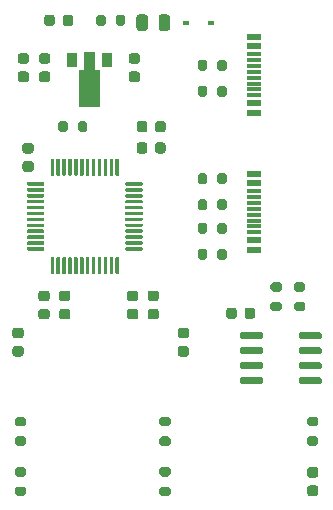
<source format=gtp>
G04 #@! TF.GenerationSoftware,KiCad,Pcbnew,5.1.8+dfsg1-1~bpo10+1*
G04 #@! TF.CreationDate,2020-11-15T21:14:17+08:00*
G04 #@! TF.ProjectId,stm32-io-extend,73746d33-322d-4696-9f2d-657874656e64,rev?*
G04 #@! TF.SameCoordinates,Original*
G04 #@! TF.FileFunction,Paste,Top*
G04 #@! TF.FilePolarity,Positive*
%FSLAX46Y46*%
G04 Gerber Fmt 4.6, Leading zero omitted, Abs format (unit mm)*
G04 Created by KiCad (PCBNEW 5.1.8+dfsg1-1~bpo10+1) date 2020-11-15 21:14:17*
%MOMM*%
%LPD*%
G01*
G04 APERTURE LIST*
%ADD10R,0.600000X0.450000*%
%ADD11R,1.160000X0.300000*%
%ADD12R,1.160000X0.600000*%
%ADD13R,0.900000X1.300000*%
%ADD14C,0.100000*%
G04 APERTURE END LIST*
G04 #@! TO.C,C1*
G36*
G01*
X119850000Y-43825000D02*
X119350000Y-43825000D01*
G75*
G02*
X119125000Y-43600000I0J225000D01*
G01*
X119125000Y-43150000D01*
G75*
G02*
X119350000Y-42925000I225000J0D01*
G01*
X119850000Y-42925000D01*
G75*
G02*
X120075000Y-43150000I0J-225000D01*
G01*
X120075000Y-43600000D01*
G75*
G02*
X119850000Y-43825000I-225000J0D01*
G01*
G37*
G36*
G01*
X119850000Y-42275000D02*
X119350000Y-42275000D01*
G75*
G02*
X119125000Y-42050000I0J225000D01*
G01*
X119125000Y-41600000D01*
G75*
G02*
X119350000Y-41375000I225000J0D01*
G01*
X119850000Y-41375000D01*
G75*
G02*
X120075000Y-41600000I0J-225000D01*
G01*
X120075000Y-42050000D01*
G75*
G02*
X119850000Y-42275000I-225000J0D01*
G01*
G37*
G04 #@! TD*
G04 #@! TO.C,C2*
G36*
G01*
X128200000Y-53875000D02*
X128700000Y-53875000D01*
G75*
G02*
X128925000Y-54100000I0J-225000D01*
G01*
X128925000Y-54550000D01*
G75*
G02*
X128700000Y-54775000I-225000J0D01*
G01*
X128200000Y-54775000D01*
G75*
G02*
X127975000Y-54550000I0J225000D01*
G01*
X127975000Y-54100000D01*
G75*
G02*
X128200000Y-53875000I225000J0D01*
G01*
G37*
G36*
G01*
X128200000Y-55425000D02*
X128700000Y-55425000D01*
G75*
G02*
X128925000Y-55650000I0J-225000D01*
G01*
X128925000Y-56100000D01*
G75*
G02*
X128700000Y-56325000I-225000J0D01*
G01*
X128200000Y-56325000D01*
G75*
G02*
X127975000Y-56100000I0J225000D01*
G01*
X127975000Y-55650000D01*
G75*
G02*
X128200000Y-55425000I225000J0D01*
G01*
G37*
G04 #@! TD*
G04 #@! TO.C,C3*
G36*
G01*
X128800000Y-42050000D02*
X128800000Y-41550000D01*
G75*
G02*
X129025000Y-41325000I225000J0D01*
G01*
X129475000Y-41325000D01*
G75*
G02*
X129700000Y-41550000I0J-225000D01*
G01*
X129700000Y-42050000D01*
G75*
G02*
X129475000Y-42275000I-225000J0D01*
G01*
X129025000Y-42275000D01*
G75*
G02*
X128800000Y-42050000I0J225000D01*
G01*
G37*
G36*
G01*
X130350000Y-42050000D02*
X130350000Y-41550000D01*
G75*
G02*
X130575000Y-41325000I225000J0D01*
G01*
X131025000Y-41325000D01*
G75*
G02*
X131250000Y-41550000I0J-225000D01*
G01*
X131250000Y-42050000D01*
G75*
G02*
X131025000Y-42275000I-225000J0D01*
G01*
X130575000Y-42275000D01*
G75*
G02*
X130350000Y-42050000I0J225000D01*
G01*
G37*
G04 #@! TD*
G04 #@! TO.C,C4*
G36*
G01*
X129950000Y-55425000D02*
X130450000Y-55425000D01*
G75*
G02*
X130675000Y-55650000I0J-225000D01*
G01*
X130675000Y-56100000D01*
G75*
G02*
X130450000Y-56325000I-225000J0D01*
G01*
X129950000Y-56325000D01*
G75*
G02*
X129725000Y-56100000I0J225000D01*
G01*
X129725000Y-55650000D01*
G75*
G02*
X129950000Y-55425000I225000J0D01*
G01*
G37*
G36*
G01*
X129950000Y-53875000D02*
X130450000Y-53875000D01*
G75*
G02*
X130675000Y-54100000I0J-225000D01*
G01*
X130675000Y-54550000D01*
G75*
G02*
X130450000Y-54775000I-225000J0D01*
G01*
X129950000Y-54775000D01*
G75*
G02*
X129725000Y-54550000I0J225000D01*
G01*
X129725000Y-54100000D01*
G75*
G02*
X129950000Y-53875000I225000J0D01*
G01*
G37*
G04 #@! TD*
G04 #@! TO.C,C5*
G36*
G01*
X122950000Y-54775000D02*
X122450000Y-54775000D01*
G75*
G02*
X122225000Y-54550000I0J225000D01*
G01*
X122225000Y-54100000D01*
G75*
G02*
X122450000Y-53875000I225000J0D01*
G01*
X122950000Y-53875000D01*
G75*
G02*
X123175000Y-54100000I0J-225000D01*
G01*
X123175000Y-54550000D01*
G75*
G02*
X122950000Y-54775000I-225000J0D01*
G01*
G37*
G36*
G01*
X122950000Y-56325000D02*
X122450000Y-56325000D01*
G75*
G02*
X122225000Y-56100000I0J225000D01*
G01*
X122225000Y-55650000D01*
G75*
G02*
X122450000Y-55425000I225000J0D01*
G01*
X122950000Y-55425000D01*
G75*
G02*
X123175000Y-55650000I0J-225000D01*
G01*
X123175000Y-56100000D01*
G75*
G02*
X122950000Y-56325000I-225000J0D01*
G01*
G37*
G04 #@! TD*
G04 #@! TO.C,C6*
G36*
G01*
X120750000Y-33775000D02*
X121250000Y-33775000D01*
G75*
G02*
X121475000Y-34000000I0J-225000D01*
G01*
X121475000Y-34450000D01*
G75*
G02*
X121250000Y-34675000I-225000J0D01*
G01*
X120750000Y-34675000D01*
G75*
G02*
X120525000Y-34450000I0J225000D01*
G01*
X120525000Y-34000000D01*
G75*
G02*
X120750000Y-33775000I225000J0D01*
G01*
G37*
G36*
G01*
X120750000Y-35325000D02*
X121250000Y-35325000D01*
G75*
G02*
X121475000Y-35550000I0J-225000D01*
G01*
X121475000Y-36000000D01*
G75*
G02*
X121250000Y-36225000I-225000J0D01*
G01*
X120750000Y-36225000D01*
G75*
G02*
X120525000Y-36000000I0J225000D01*
G01*
X120525000Y-35550000D01*
G75*
G02*
X120750000Y-35325000I225000J0D01*
G01*
G37*
G04 #@! TD*
G04 #@! TO.C,C7*
G36*
G01*
X121200000Y-56325000D02*
X120700000Y-56325000D01*
G75*
G02*
X120475000Y-56100000I0J225000D01*
G01*
X120475000Y-55650000D01*
G75*
G02*
X120700000Y-55425000I225000J0D01*
G01*
X121200000Y-55425000D01*
G75*
G02*
X121425000Y-55650000I0J-225000D01*
G01*
X121425000Y-56100000D01*
G75*
G02*
X121200000Y-56325000I-225000J0D01*
G01*
G37*
G36*
G01*
X121200000Y-54775000D02*
X120700000Y-54775000D01*
G75*
G02*
X120475000Y-54550000I0J225000D01*
G01*
X120475000Y-54100000D01*
G75*
G02*
X120700000Y-53875000I225000J0D01*
G01*
X121200000Y-53875000D01*
G75*
G02*
X121425000Y-54100000I0J-225000D01*
G01*
X121425000Y-54550000D01*
G75*
G02*
X121200000Y-54775000I-225000J0D01*
G01*
G37*
G04 #@! TD*
G04 #@! TO.C,C8*
G36*
G01*
X118950000Y-35325000D02*
X119450000Y-35325000D01*
G75*
G02*
X119675000Y-35550000I0J-225000D01*
G01*
X119675000Y-36000000D01*
G75*
G02*
X119450000Y-36225000I-225000J0D01*
G01*
X118950000Y-36225000D01*
G75*
G02*
X118725000Y-36000000I0J225000D01*
G01*
X118725000Y-35550000D01*
G75*
G02*
X118950000Y-35325000I225000J0D01*
G01*
G37*
G36*
G01*
X118950000Y-33775000D02*
X119450000Y-33775000D01*
G75*
G02*
X119675000Y-34000000I0J-225000D01*
G01*
X119675000Y-34450000D01*
G75*
G02*
X119450000Y-34675000I-225000J0D01*
G01*
X118950000Y-34675000D01*
G75*
G02*
X118725000Y-34450000I0J225000D01*
G01*
X118725000Y-34000000D01*
G75*
G02*
X118950000Y-33775000I225000J0D01*
G01*
G37*
G04 #@! TD*
G04 #@! TO.C,C9*
G36*
G01*
X137275000Y-55550000D02*
X137275000Y-56050000D01*
G75*
G02*
X137050000Y-56275000I-225000J0D01*
G01*
X136600000Y-56275000D01*
G75*
G02*
X136375000Y-56050000I0J225000D01*
G01*
X136375000Y-55550000D01*
G75*
G02*
X136600000Y-55325000I225000J0D01*
G01*
X137050000Y-55325000D01*
G75*
G02*
X137275000Y-55550000I0J-225000D01*
G01*
G37*
G36*
G01*
X138825000Y-55550000D02*
X138825000Y-56050000D01*
G75*
G02*
X138600000Y-56275000I-225000J0D01*
G01*
X138150000Y-56275000D01*
G75*
G02*
X137925000Y-56050000I0J225000D01*
G01*
X137925000Y-55550000D01*
G75*
G02*
X138150000Y-55325000I225000J0D01*
G01*
X138600000Y-55325000D01*
G75*
G02*
X138825000Y-55550000I0J-225000D01*
G01*
G37*
G04 #@! TD*
G04 #@! TO.C,C10*
G36*
G01*
X130350000Y-40250000D02*
X130350000Y-39750000D01*
G75*
G02*
X130575000Y-39525000I225000J0D01*
G01*
X131025000Y-39525000D01*
G75*
G02*
X131250000Y-39750000I0J-225000D01*
G01*
X131250000Y-40250000D01*
G75*
G02*
X131025000Y-40475000I-225000J0D01*
G01*
X130575000Y-40475000D01*
G75*
G02*
X130350000Y-40250000I0J225000D01*
G01*
G37*
G36*
G01*
X128800000Y-40250000D02*
X128800000Y-39750000D01*
G75*
G02*
X129025000Y-39525000I225000J0D01*
G01*
X129475000Y-39525000D01*
G75*
G02*
X129700000Y-39750000I0J-225000D01*
G01*
X129700000Y-40250000D01*
G75*
G02*
X129475000Y-40475000I-225000J0D01*
G01*
X129025000Y-40475000D01*
G75*
G02*
X128800000Y-40250000I0J225000D01*
G01*
G37*
G04 #@! TD*
G04 #@! TO.C,C11*
G36*
G01*
X143450000Y-68825000D02*
X143950000Y-68825000D01*
G75*
G02*
X144175000Y-69050000I0J-225000D01*
G01*
X144175000Y-69500000D01*
G75*
G02*
X143950000Y-69725000I-225000J0D01*
G01*
X143450000Y-69725000D01*
G75*
G02*
X143225000Y-69500000I0J225000D01*
G01*
X143225000Y-69050000D01*
G75*
G02*
X143450000Y-68825000I225000J0D01*
G01*
G37*
G36*
G01*
X143450000Y-70375000D02*
X143950000Y-70375000D01*
G75*
G02*
X144175000Y-70600000I0J-225000D01*
G01*
X144175000Y-71050000D01*
G75*
G02*
X143950000Y-71275000I-225000J0D01*
G01*
X143450000Y-71275000D01*
G75*
G02*
X143225000Y-71050000I0J225000D01*
G01*
X143225000Y-70600000D01*
G75*
G02*
X143450000Y-70375000I225000J0D01*
G01*
G37*
G04 #@! TD*
G04 #@! TO.C,C12*
G36*
G01*
X128350000Y-35325000D02*
X128850000Y-35325000D01*
G75*
G02*
X129075000Y-35550000I0J-225000D01*
G01*
X129075000Y-36000000D01*
G75*
G02*
X128850000Y-36225000I-225000J0D01*
G01*
X128350000Y-36225000D01*
G75*
G02*
X128125000Y-36000000I0J225000D01*
G01*
X128125000Y-35550000D01*
G75*
G02*
X128350000Y-35325000I225000J0D01*
G01*
G37*
G36*
G01*
X128350000Y-33775000D02*
X128850000Y-33775000D01*
G75*
G02*
X129075000Y-34000000I0J-225000D01*
G01*
X129075000Y-34450000D01*
G75*
G02*
X128850000Y-34675000I-225000J0D01*
G01*
X128350000Y-34675000D01*
G75*
G02*
X128125000Y-34450000I0J225000D01*
G01*
X128125000Y-34000000D01*
G75*
G02*
X128350000Y-33775000I225000J0D01*
G01*
G37*
G04 #@! TD*
G04 #@! TO.C,C13*
G36*
G01*
X119000000Y-59475000D02*
X118500000Y-59475000D01*
G75*
G02*
X118275000Y-59250000I0J225000D01*
G01*
X118275000Y-58800000D01*
G75*
G02*
X118500000Y-58575000I225000J0D01*
G01*
X119000000Y-58575000D01*
G75*
G02*
X119225000Y-58800000I0J-225000D01*
G01*
X119225000Y-59250000D01*
G75*
G02*
X119000000Y-59475000I-225000J0D01*
G01*
G37*
G36*
G01*
X119000000Y-57925000D02*
X118500000Y-57925000D01*
G75*
G02*
X118275000Y-57700000I0J225000D01*
G01*
X118275000Y-57250000D01*
G75*
G02*
X118500000Y-57025000I225000J0D01*
G01*
X119000000Y-57025000D01*
G75*
G02*
X119225000Y-57250000I0J-225000D01*
G01*
X119225000Y-57700000D01*
G75*
G02*
X119000000Y-57925000I-225000J0D01*
G01*
G37*
G04 #@! TD*
G04 #@! TO.C,C14*
G36*
G01*
X133000000Y-57925000D02*
X132500000Y-57925000D01*
G75*
G02*
X132275000Y-57700000I0J225000D01*
G01*
X132275000Y-57250000D01*
G75*
G02*
X132500000Y-57025000I225000J0D01*
G01*
X133000000Y-57025000D01*
G75*
G02*
X133225000Y-57250000I0J-225000D01*
G01*
X133225000Y-57700000D01*
G75*
G02*
X133000000Y-57925000I-225000J0D01*
G01*
G37*
G36*
G01*
X133000000Y-59475000D02*
X132500000Y-59475000D01*
G75*
G02*
X132275000Y-59250000I0J225000D01*
G01*
X132275000Y-58800000D01*
G75*
G02*
X132500000Y-58575000I225000J0D01*
G01*
X133000000Y-58575000D01*
G75*
G02*
X133225000Y-58800000I0J-225000D01*
G01*
X133225000Y-59250000D01*
G75*
G02*
X133000000Y-59475000I-225000J0D01*
G01*
G37*
G04 #@! TD*
D10*
G04 #@! TO.C,D1*
X132950000Y-31200000D03*
X135050000Y-31200000D03*
G04 #@! TD*
G04 #@! TO.C,D2*
G36*
G01*
X123425000Y-30743750D02*
X123425000Y-31256250D01*
G75*
G02*
X123206250Y-31475000I-218750J0D01*
G01*
X122768750Y-31475000D01*
G75*
G02*
X122550000Y-31256250I0J218750D01*
G01*
X122550000Y-30743750D01*
G75*
G02*
X122768750Y-30525000I218750J0D01*
G01*
X123206250Y-30525000D01*
G75*
G02*
X123425000Y-30743750I0J-218750D01*
G01*
G37*
G36*
G01*
X121850000Y-30743750D02*
X121850000Y-31256250D01*
G75*
G02*
X121631250Y-31475000I-218750J0D01*
G01*
X121193750Y-31475000D01*
G75*
G02*
X120975000Y-31256250I0J218750D01*
G01*
X120975000Y-30743750D01*
G75*
G02*
X121193750Y-30525000I218750J0D01*
G01*
X121631250Y-30525000D01*
G75*
G02*
X121850000Y-30743750I0J-218750D01*
G01*
G37*
G04 #@! TD*
G04 #@! TO.C,F1*
G36*
G01*
X128775000Y-31656250D02*
X128775000Y-30743750D01*
G75*
G02*
X129018750Y-30500000I243750J0D01*
G01*
X129506250Y-30500000D01*
G75*
G02*
X129750000Y-30743750I0J-243750D01*
G01*
X129750000Y-31656250D01*
G75*
G02*
X129506250Y-31900000I-243750J0D01*
G01*
X129018750Y-31900000D01*
G75*
G02*
X128775000Y-31656250I0J243750D01*
G01*
G37*
G36*
G01*
X130650000Y-31656250D02*
X130650000Y-30743750D01*
G75*
G02*
X130893750Y-30500000I243750J0D01*
G01*
X131381250Y-30500000D01*
G75*
G02*
X131625000Y-30743750I0J-243750D01*
G01*
X131625000Y-31656250D01*
G75*
G02*
X131381250Y-31900000I-243750J0D01*
G01*
X130893750Y-31900000D01*
G75*
G02*
X130650000Y-31656250I0J243750D01*
G01*
G37*
G04 #@! TD*
D11*
G04 #@! TO.C,J1*
X138690000Y-36350000D03*
X138690000Y-35850000D03*
X138690000Y-35350000D03*
X138690000Y-37350000D03*
X138690000Y-36850000D03*
X138690000Y-34350000D03*
X138690000Y-34850000D03*
X138690000Y-33850000D03*
D12*
X138690000Y-38000000D03*
X138690000Y-38000000D03*
X138690000Y-38800000D03*
X138690000Y-38800000D03*
X138690000Y-33200000D03*
X138690000Y-32400000D03*
X138690000Y-33200000D03*
X138690000Y-32400000D03*
G04 #@! TD*
G04 #@! TO.C,J2*
X138690000Y-44000000D03*
X138690000Y-44800000D03*
X138690000Y-44000000D03*
X138690000Y-44800000D03*
X138690000Y-50400000D03*
X138690000Y-50400000D03*
X138690000Y-49600000D03*
X138690000Y-49600000D03*
D11*
X138690000Y-45450000D03*
X138690000Y-46450000D03*
X138690000Y-45950000D03*
X138690000Y-48450000D03*
X138690000Y-48950000D03*
X138690000Y-46950000D03*
X138690000Y-47450000D03*
X138690000Y-47950000D03*
G04 #@! TD*
G04 #@! TO.C,R1*
G36*
G01*
X119225000Y-69625000D02*
X118675000Y-69625000D01*
G75*
G02*
X118475000Y-69425000I0J200000D01*
G01*
X118475000Y-69025000D01*
G75*
G02*
X118675000Y-68825000I200000J0D01*
G01*
X119225000Y-68825000D01*
G75*
G02*
X119425000Y-69025000I0J-200000D01*
G01*
X119425000Y-69425000D01*
G75*
G02*
X119225000Y-69625000I-200000J0D01*
G01*
G37*
G36*
G01*
X119225000Y-71275000D02*
X118675000Y-71275000D01*
G75*
G02*
X118475000Y-71075000I0J200000D01*
G01*
X118475000Y-70675000D01*
G75*
G02*
X118675000Y-70475000I200000J0D01*
G01*
X119225000Y-70475000D01*
G75*
G02*
X119425000Y-70675000I0J-200000D01*
G01*
X119425000Y-71075000D01*
G75*
G02*
X119225000Y-71275000I-200000J0D01*
G01*
G37*
G04 #@! TD*
G04 #@! TO.C,R2*
G36*
G01*
X119225000Y-67025000D02*
X118675000Y-67025000D01*
G75*
G02*
X118475000Y-66825000I0J200000D01*
G01*
X118475000Y-66425000D01*
G75*
G02*
X118675000Y-66225000I200000J0D01*
G01*
X119225000Y-66225000D01*
G75*
G02*
X119425000Y-66425000I0J-200000D01*
G01*
X119425000Y-66825000D01*
G75*
G02*
X119225000Y-67025000I-200000J0D01*
G01*
G37*
G36*
G01*
X119225000Y-65375000D02*
X118675000Y-65375000D01*
G75*
G02*
X118475000Y-65175000I0J200000D01*
G01*
X118475000Y-64775000D01*
G75*
G02*
X118675000Y-64575000I200000J0D01*
G01*
X119225000Y-64575000D01*
G75*
G02*
X119425000Y-64775000I0J-200000D01*
G01*
X119425000Y-65175000D01*
G75*
G02*
X119225000Y-65375000I-200000J0D01*
G01*
G37*
G04 #@! TD*
G04 #@! TO.C,R3*
G36*
G01*
X127825000Y-30725000D02*
X127825000Y-31275000D01*
G75*
G02*
X127625000Y-31475000I-200000J0D01*
G01*
X127225000Y-31475000D01*
G75*
G02*
X127025000Y-31275000I0J200000D01*
G01*
X127025000Y-30725000D01*
G75*
G02*
X127225000Y-30525000I200000J0D01*
G01*
X127625000Y-30525000D01*
G75*
G02*
X127825000Y-30725000I0J-200000D01*
G01*
G37*
G36*
G01*
X126175000Y-30725000D02*
X126175000Y-31275000D01*
G75*
G02*
X125975000Y-31475000I-200000J0D01*
G01*
X125575000Y-31475000D01*
G75*
G02*
X125375000Y-31275000I0J200000D01*
G01*
X125375000Y-30725000D01*
G75*
G02*
X125575000Y-30525000I200000J0D01*
G01*
X125975000Y-30525000D01*
G75*
G02*
X126175000Y-30725000I0J-200000D01*
G01*
G37*
G04 #@! TD*
G04 #@! TO.C,R4*
G36*
G01*
X133975000Y-37275000D02*
X133975000Y-36725000D01*
G75*
G02*
X134175000Y-36525000I200000J0D01*
G01*
X134575000Y-36525000D01*
G75*
G02*
X134775000Y-36725000I0J-200000D01*
G01*
X134775000Y-37275000D01*
G75*
G02*
X134575000Y-37475000I-200000J0D01*
G01*
X134175000Y-37475000D01*
G75*
G02*
X133975000Y-37275000I0J200000D01*
G01*
G37*
G36*
G01*
X135625000Y-37275000D02*
X135625000Y-36725000D01*
G75*
G02*
X135825000Y-36525000I200000J0D01*
G01*
X136225000Y-36525000D01*
G75*
G02*
X136425000Y-36725000I0J-200000D01*
G01*
X136425000Y-37275000D01*
G75*
G02*
X136225000Y-37475000I-200000J0D01*
G01*
X135825000Y-37475000D01*
G75*
G02*
X135625000Y-37275000I0J200000D01*
G01*
G37*
G04 #@! TD*
G04 #@! TO.C,R5*
G36*
G01*
X142875000Y-53975000D02*
X142325000Y-53975000D01*
G75*
G02*
X142125000Y-53775000I0J200000D01*
G01*
X142125000Y-53375000D01*
G75*
G02*
X142325000Y-53175000I200000J0D01*
G01*
X142875000Y-53175000D01*
G75*
G02*
X143075000Y-53375000I0J-200000D01*
G01*
X143075000Y-53775000D01*
G75*
G02*
X142875000Y-53975000I-200000J0D01*
G01*
G37*
G36*
G01*
X142875000Y-55625000D02*
X142325000Y-55625000D01*
G75*
G02*
X142125000Y-55425000I0J200000D01*
G01*
X142125000Y-55025000D01*
G75*
G02*
X142325000Y-54825000I200000J0D01*
G01*
X142875000Y-54825000D01*
G75*
G02*
X143075000Y-55025000I0J-200000D01*
G01*
X143075000Y-55425000D01*
G75*
G02*
X142875000Y-55625000I-200000J0D01*
G01*
G37*
G04 #@! TD*
G04 #@! TO.C,R6*
G36*
G01*
X140875000Y-55625000D02*
X140325000Y-55625000D01*
G75*
G02*
X140125000Y-55425000I0J200000D01*
G01*
X140125000Y-55025000D01*
G75*
G02*
X140325000Y-54825000I200000J0D01*
G01*
X140875000Y-54825000D01*
G75*
G02*
X141075000Y-55025000I0J-200000D01*
G01*
X141075000Y-55425000D01*
G75*
G02*
X140875000Y-55625000I-200000J0D01*
G01*
G37*
G36*
G01*
X140875000Y-53975000D02*
X140325000Y-53975000D01*
G75*
G02*
X140125000Y-53775000I0J200000D01*
G01*
X140125000Y-53375000D01*
G75*
G02*
X140325000Y-53175000I200000J0D01*
G01*
X140875000Y-53175000D01*
G75*
G02*
X141075000Y-53375000I0J-200000D01*
G01*
X141075000Y-53775000D01*
G75*
G02*
X140875000Y-53975000I-200000J0D01*
G01*
G37*
G04 #@! TD*
G04 #@! TO.C,R7*
G36*
G01*
X135625000Y-35075000D02*
X135625000Y-34525000D01*
G75*
G02*
X135825000Y-34325000I200000J0D01*
G01*
X136225000Y-34325000D01*
G75*
G02*
X136425000Y-34525000I0J-200000D01*
G01*
X136425000Y-35075000D01*
G75*
G02*
X136225000Y-35275000I-200000J0D01*
G01*
X135825000Y-35275000D01*
G75*
G02*
X135625000Y-35075000I0J200000D01*
G01*
G37*
G36*
G01*
X133975000Y-35075000D02*
X133975000Y-34525000D01*
G75*
G02*
X134175000Y-34325000I200000J0D01*
G01*
X134575000Y-34325000D01*
G75*
G02*
X134775000Y-34525000I0J-200000D01*
G01*
X134775000Y-35075000D01*
G75*
G02*
X134575000Y-35275000I-200000J0D01*
G01*
X134175000Y-35275000D01*
G75*
G02*
X133975000Y-35075000I0J200000D01*
G01*
G37*
G04 #@! TD*
G04 #@! TO.C,R8*
G36*
G01*
X131475000Y-71275000D02*
X130925000Y-71275000D01*
G75*
G02*
X130725000Y-71075000I0J200000D01*
G01*
X130725000Y-70675000D01*
G75*
G02*
X130925000Y-70475000I200000J0D01*
G01*
X131475000Y-70475000D01*
G75*
G02*
X131675000Y-70675000I0J-200000D01*
G01*
X131675000Y-71075000D01*
G75*
G02*
X131475000Y-71275000I-200000J0D01*
G01*
G37*
G36*
G01*
X131475000Y-69625000D02*
X130925000Y-69625000D01*
G75*
G02*
X130725000Y-69425000I0J200000D01*
G01*
X130725000Y-69025000D01*
G75*
G02*
X130925000Y-68825000I200000J0D01*
G01*
X131475000Y-68825000D01*
G75*
G02*
X131675000Y-69025000I0J-200000D01*
G01*
X131675000Y-69425000D01*
G75*
G02*
X131475000Y-69625000I-200000J0D01*
G01*
G37*
G04 #@! TD*
G04 #@! TO.C,R9*
G36*
G01*
X143425000Y-64575000D02*
X143975000Y-64575000D01*
G75*
G02*
X144175000Y-64775000I0J-200000D01*
G01*
X144175000Y-65175000D01*
G75*
G02*
X143975000Y-65375000I-200000J0D01*
G01*
X143425000Y-65375000D01*
G75*
G02*
X143225000Y-65175000I0J200000D01*
G01*
X143225000Y-64775000D01*
G75*
G02*
X143425000Y-64575000I200000J0D01*
G01*
G37*
G36*
G01*
X143425000Y-66225000D02*
X143975000Y-66225000D01*
G75*
G02*
X144175000Y-66425000I0J-200000D01*
G01*
X144175000Y-66825000D01*
G75*
G02*
X143975000Y-67025000I-200000J0D01*
G01*
X143425000Y-67025000D01*
G75*
G02*
X143225000Y-66825000I0J200000D01*
G01*
X143225000Y-66425000D01*
G75*
G02*
X143425000Y-66225000I200000J0D01*
G01*
G37*
G04 #@! TD*
G04 #@! TO.C,R10*
G36*
G01*
X130925000Y-66225000D02*
X131475000Y-66225000D01*
G75*
G02*
X131675000Y-66425000I0J-200000D01*
G01*
X131675000Y-66825000D01*
G75*
G02*
X131475000Y-67025000I-200000J0D01*
G01*
X130925000Y-67025000D01*
G75*
G02*
X130725000Y-66825000I0J200000D01*
G01*
X130725000Y-66425000D01*
G75*
G02*
X130925000Y-66225000I200000J0D01*
G01*
G37*
G36*
G01*
X130925000Y-64575000D02*
X131475000Y-64575000D01*
G75*
G02*
X131675000Y-64775000I0J-200000D01*
G01*
X131675000Y-65175000D01*
G75*
G02*
X131475000Y-65375000I-200000J0D01*
G01*
X130925000Y-65375000D01*
G75*
G02*
X130725000Y-65175000I0J200000D01*
G01*
X130725000Y-64775000D01*
G75*
G02*
X130925000Y-64575000I200000J0D01*
G01*
G37*
G04 #@! TD*
G04 #@! TO.C,R11*
G36*
G01*
X136425000Y-44125000D02*
X136425000Y-44675000D01*
G75*
G02*
X136225000Y-44875000I-200000J0D01*
G01*
X135825000Y-44875000D01*
G75*
G02*
X135625000Y-44675000I0J200000D01*
G01*
X135625000Y-44125000D01*
G75*
G02*
X135825000Y-43925000I200000J0D01*
G01*
X136225000Y-43925000D01*
G75*
G02*
X136425000Y-44125000I0J-200000D01*
G01*
G37*
G36*
G01*
X134775000Y-44125000D02*
X134775000Y-44675000D01*
G75*
G02*
X134575000Y-44875000I-200000J0D01*
G01*
X134175000Y-44875000D01*
G75*
G02*
X133975000Y-44675000I0J200000D01*
G01*
X133975000Y-44125000D01*
G75*
G02*
X134175000Y-43925000I200000J0D01*
G01*
X134575000Y-43925000D01*
G75*
G02*
X134775000Y-44125000I0J-200000D01*
G01*
G37*
G04 #@! TD*
G04 #@! TO.C,R12*
G36*
G01*
X135625000Y-46875000D02*
X135625000Y-46325000D01*
G75*
G02*
X135825000Y-46125000I200000J0D01*
G01*
X136225000Y-46125000D01*
G75*
G02*
X136425000Y-46325000I0J-200000D01*
G01*
X136425000Y-46875000D01*
G75*
G02*
X136225000Y-47075000I-200000J0D01*
G01*
X135825000Y-47075000D01*
G75*
G02*
X135625000Y-46875000I0J200000D01*
G01*
G37*
G36*
G01*
X133975000Y-46875000D02*
X133975000Y-46325000D01*
G75*
G02*
X134175000Y-46125000I200000J0D01*
G01*
X134575000Y-46125000D01*
G75*
G02*
X134775000Y-46325000I0J-200000D01*
G01*
X134775000Y-46875000D01*
G75*
G02*
X134575000Y-47075000I-200000J0D01*
G01*
X134175000Y-47075000D01*
G75*
G02*
X133975000Y-46875000I0J200000D01*
G01*
G37*
G04 #@! TD*
G04 #@! TO.C,R13*
G36*
G01*
X122975000Y-39725000D02*
X122975000Y-40275000D01*
G75*
G02*
X122775000Y-40475000I-200000J0D01*
G01*
X122375000Y-40475000D01*
G75*
G02*
X122175000Y-40275000I0J200000D01*
G01*
X122175000Y-39725000D01*
G75*
G02*
X122375000Y-39525000I200000J0D01*
G01*
X122775000Y-39525000D01*
G75*
G02*
X122975000Y-39725000I0J-200000D01*
G01*
G37*
G36*
G01*
X124625000Y-39725000D02*
X124625000Y-40275000D01*
G75*
G02*
X124425000Y-40475000I-200000J0D01*
G01*
X124025000Y-40475000D01*
G75*
G02*
X123825000Y-40275000I0J200000D01*
G01*
X123825000Y-39725000D01*
G75*
G02*
X124025000Y-39525000I200000J0D01*
G01*
X124425000Y-39525000D01*
G75*
G02*
X124625000Y-39725000I0J-200000D01*
G01*
G37*
G04 #@! TD*
G04 #@! TO.C,R14*
G36*
G01*
X134775000Y-50525000D02*
X134775000Y-51075000D01*
G75*
G02*
X134575000Y-51275000I-200000J0D01*
G01*
X134175000Y-51275000D01*
G75*
G02*
X133975000Y-51075000I0J200000D01*
G01*
X133975000Y-50525000D01*
G75*
G02*
X134175000Y-50325000I200000J0D01*
G01*
X134575000Y-50325000D01*
G75*
G02*
X134775000Y-50525000I0J-200000D01*
G01*
G37*
G36*
G01*
X136425000Y-50525000D02*
X136425000Y-51075000D01*
G75*
G02*
X136225000Y-51275000I-200000J0D01*
G01*
X135825000Y-51275000D01*
G75*
G02*
X135625000Y-51075000I0J200000D01*
G01*
X135625000Y-50525000D01*
G75*
G02*
X135825000Y-50325000I200000J0D01*
G01*
X136225000Y-50325000D01*
G75*
G02*
X136425000Y-50525000I0J-200000D01*
G01*
G37*
G04 #@! TD*
G04 #@! TO.C,R15*
G36*
G01*
X133975000Y-48875000D02*
X133975000Y-48325000D01*
G75*
G02*
X134175000Y-48125000I200000J0D01*
G01*
X134575000Y-48125000D01*
G75*
G02*
X134775000Y-48325000I0J-200000D01*
G01*
X134775000Y-48875000D01*
G75*
G02*
X134575000Y-49075000I-200000J0D01*
G01*
X134175000Y-49075000D01*
G75*
G02*
X133975000Y-48875000I0J200000D01*
G01*
G37*
G36*
G01*
X135625000Y-48875000D02*
X135625000Y-48325000D01*
G75*
G02*
X135825000Y-48125000I200000J0D01*
G01*
X136225000Y-48125000D01*
G75*
G02*
X136425000Y-48325000I0J-200000D01*
G01*
X136425000Y-48875000D01*
G75*
G02*
X136225000Y-49075000I-200000J0D01*
G01*
X135825000Y-49075000D01*
G75*
G02*
X135625000Y-48875000I0J200000D01*
G01*
G37*
G04 #@! TD*
D13*
G04 #@! TO.C,U1*
X126300000Y-34350000D03*
X123300000Y-34350000D03*
D14*
G36*
X123933500Y-38300000D02*
G01*
X123933500Y-35175000D01*
X124350000Y-35175000D01*
X124350000Y-33700000D01*
X125250000Y-33700000D01*
X125250000Y-35175000D01*
X125666500Y-35175000D01*
X125666500Y-38300000D01*
X123933500Y-38300000D01*
G37*
G04 #@! TD*
G04 #@! TO.C,U2*
G36*
G01*
X144450000Y-61355000D02*
X144450000Y-61655000D01*
G75*
G02*
X144300000Y-61805000I-150000J0D01*
G01*
X142650000Y-61805000D01*
G75*
G02*
X142500000Y-61655000I0J150000D01*
G01*
X142500000Y-61355000D01*
G75*
G02*
X142650000Y-61205000I150000J0D01*
G01*
X144300000Y-61205000D01*
G75*
G02*
X144450000Y-61355000I0J-150000D01*
G01*
G37*
G36*
G01*
X144450000Y-60085000D02*
X144450000Y-60385000D01*
G75*
G02*
X144300000Y-60535000I-150000J0D01*
G01*
X142650000Y-60535000D01*
G75*
G02*
X142500000Y-60385000I0J150000D01*
G01*
X142500000Y-60085000D01*
G75*
G02*
X142650000Y-59935000I150000J0D01*
G01*
X144300000Y-59935000D01*
G75*
G02*
X144450000Y-60085000I0J-150000D01*
G01*
G37*
G36*
G01*
X144450000Y-58815000D02*
X144450000Y-59115000D01*
G75*
G02*
X144300000Y-59265000I-150000J0D01*
G01*
X142650000Y-59265000D01*
G75*
G02*
X142500000Y-59115000I0J150000D01*
G01*
X142500000Y-58815000D01*
G75*
G02*
X142650000Y-58665000I150000J0D01*
G01*
X144300000Y-58665000D01*
G75*
G02*
X144450000Y-58815000I0J-150000D01*
G01*
G37*
G36*
G01*
X144450000Y-57545000D02*
X144450000Y-57845000D01*
G75*
G02*
X144300000Y-57995000I-150000J0D01*
G01*
X142650000Y-57995000D01*
G75*
G02*
X142500000Y-57845000I0J150000D01*
G01*
X142500000Y-57545000D01*
G75*
G02*
X142650000Y-57395000I150000J0D01*
G01*
X144300000Y-57395000D01*
G75*
G02*
X144450000Y-57545000I0J-150000D01*
G01*
G37*
G36*
G01*
X139500000Y-57545000D02*
X139500000Y-57845000D01*
G75*
G02*
X139350000Y-57995000I-150000J0D01*
G01*
X137700000Y-57995000D01*
G75*
G02*
X137550000Y-57845000I0J150000D01*
G01*
X137550000Y-57545000D01*
G75*
G02*
X137700000Y-57395000I150000J0D01*
G01*
X139350000Y-57395000D01*
G75*
G02*
X139500000Y-57545000I0J-150000D01*
G01*
G37*
G36*
G01*
X139500000Y-58815000D02*
X139500000Y-59115000D01*
G75*
G02*
X139350000Y-59265000I-150000J0D01*
G01*
X137700000Y-59265000D01*
G75*
G02*
X137550000Y-59115000I0J150000D01*
G01*
X137550000Y-58815000D01*
G75*
G02*
X137700000Y-58665000I150000J0D01*
G01*
X139350000Y-58665000D01*
G75*
G02*
X139500000Y-58815000I0J-150000D01*
G01*
G37*
G36*
G01*
X139500000Y-60085000D02*
X139500000Y-60385000D01*
G75*
G02*
X139350000Y-60535000I-150000J0D01*
G01*
X137700000Y-60535000D01*
G75*
G02*
X137550000Y-60385000I0J150000D01*
G01*
X137550000Y-60085000D01*
G75*
G02*
X137700000Y-59935000I150000J0D01*
G01*
X139350000Y-59935000D01*
G75*
G02*
X139500000Y-60085000I0J-150000D01*
G01*
G37*
G36*
G01*
X139500000Y-61355000D02*
X139500000Y-61655000D01*
G75*
G02*
X139350000Y-61805000I-150000J0D01*
G01*
X137700000Y-61805000D01*
G75*
G02*
X137550000Y-61655000I0J150000D01*
G01*
X137550000Y-61355000D01*
G75*
G02*
X137700000Y-61205000I150000J0D01*
G01*
X139350000Y-61205000D01*
G75*
G02*
X139500000Y-61355000I0J-150000D01*
G01*
G37*
G04 #@! TD*
G04 #@! TO.C,U3*
G36*
G01*
X121725000Y-52500000D02*
X121575000Y-52500000D01*
G75*
G02*
X121500000Y-52425000I0J75000D01*
G01*
X121500000Y-51100000D01*
G75*
G02*
X121575000Y-51025000I75000J0D01*
G01*
X121725000Y-51025000D01*
G75*
G02*
X121800000Y-51100000I0J-75000D01*
G01*
X121800000Y-52425000D01*
G75*
G02*
X121725000Y-52500000I-75000J0D01*
G01*
G37*
G36*
G01*
X122225000Y-52500000D02*
X122075000Y-52500000D01*
G75*
G02*
X122000000Y-52425000I0J75000D01*
G01*
X122000000Y-51100000D01*
G75*
G02*
X122075000Y-51025000I75000J0D01*
G01*
X122225000Y-51025000D01*
G75*
G02*
X122300000Y-51100000I0J-75000D01*
G01*
X122300000Y-52425000D01*
G75*
G02*
X122225000Y-52500000I-75000J0D01*
G01*
G37*
G36*
G01*
X122725000Y-52500000D02*
X122575000Y-52500000D01*
G75*
G02*
X122500000Y-52425000I0J75000D01*
G01*
X122500000Y-51100000D01*
G75*
G02*
X122575000Y-51025000I75000J0D01*
G01*
X122725000Y-51025000D01*
G75*
G02*
X122800000Y-51100000I0J-75000D01*
G01*
X122800000Y-52425000D01*
G75*
G02*
X122725000Y-52500000I-75000J0D01*
G01*
G37*
G36*
G01*
X123225000Y-52500000D02*
X123075000Y-52500000D01*
G75*
G02*
X123000000Y-52425000I0J75000D01*
G01*
X123000000Y-51100000D01*
G75*
G02*
X123075000Y-51025000I75000J0D01*
G01*
X123225000Y-51025000D01*
G75*
G02*
X123300000Y-51100000I0J-75000D01*
G01*
X123300000Y-52425000D01*
G75*
G02*
X123225000Y-52500000I-75000J0D01*
G01*
G37*
G36*
G01*
X123725000Y-52500000D02*
X123575000Y-52500000D01*
G75*
G02*
X123500000Y-52425000I0J75000D01*
G01*
X123500000Y-51100000D01*
G75*
G02*
X123575000Y-51025000I75000J0D01*
G01*
X123725000Y-51025000D01*
G75*
G02*
X123800000Y-51100000I0J-75000D01*
G01*
X123800000Y-52425000D01*
G75*
G02*
X123725000Y-52500000I-75000J0D01*
G01*
G37*
G36*
G01*
X124225000Y-52500000D02*
X124075000Y-52500000D01*
G75*
G02*
X124000000Y-52425000I0J75000D01*
G01*
X124000000Y-51100000D01*
G75*
G02*
X124075000Y-51025000I75000J0D01*
G01*
X124225000Y-51025000D01*
G75*
G02*
X124300000Y-51100000I0J-75000D01*
G01*
X124300000Y-52425000D01*
G75*
G02*
X124225000Y-52500000I-75000J0D01*
G01*
G37*
G36*
G01*
X124725000Y-52500000D02*
X124575000Y-52500000D01*
G75*
G02*
X124500000Y-52425000I0J75000D01*
G01*
X124500000Y-51100000D01*
G75*
G02*
X124575000Y-51025000I75000J0D01*
G01*
X124725000Y-51025000D01*
G75*
G02*
X124800000Y-51100000I0J-75000D01*
G01*
X124800000Y-52425000D01*
G75*
G02*
X124725000Y-52500000I-75000J0D01*
G01*
G37*
G36*
G01*
X125225000Y-52500000D02*
X125075000Y-52500000D01*
G75*
G02*
X125000000Y-52425000I0J75000D01*
G01*
X125000000Y-51100000D01*
G75*
G02*
X125075000Y-51025000I75000J0D01*
G01*
X125225000Y-51025000D01*
G75*
G02*
X125300000Y-51100000I0J-75000D01*
G01*
X125300000Y-52425000D01*
G75*
G02*
X125225000Y-52500000I-75000J0D01*
G01*
G37*
G36*
G01*
X125725000Y-52500000D02*
X125575000Y-52500000D01*
G75*
G02*
X125500000Y-52425000I0J75000D01*
G01*
X125500000Y-51100000D01*
G75*
G02*
X125575000Y-51025000I75000J0D01*
G01*
X125725000Y-51025000D01*
G75*
G02*
X125800000Y-51100000I0J-75000D01*
G01*
X125800000Y-52425000D01*
G75*
G02*
X125725000Y-52500000I-75000J0D01*
G01*
G37*
G36*
G01*
X126225000Y-52500000D02*
X126075000Y-52500000D01*
G75*
G02*
X126000000Y-52425000I0J75000D01*
G01*
X126000000Y-51100000D01*
G75*
G02*
X126075000Y-51025000I75000J0D01*
G01*
X126225000Y-51025000D01*
G75*
G02*
X126300000Y-51100000I0J-75000D01*
G01*
X126300000Y-52425000D01*
G75*
G02*
X126225000Y-52500000I-75000J0D01*
G01*
G37*
G36*
G01*
X126725000Y-52500000D02*
X126575000Y-52500000D01*
G75*
G02*
X126500000Y-52425000I0J75000D01*
G01*
X126500000Y-51100000D01*
G75*
G02*
X126575000Y-51025000I75000J0D01*
G01*
X126725000Y-51025000D01*
G75*
G02*
X126800000Y-51100000I0J-75000D01*
G01*
X126800000Y-52425000D01*
G75*
G02*
X126725000Y-52500000I-75000J0D01*
G01*
G37*
G36*
G01*
X127225000Y-52500000D02*
X127075000Y-52500000D01*
G75*
G02*
X127000000Y-52425000I0J75000D01*
G01*
X127000000Y-51100000D01*
G75*
G02*
X127075000Y-51025000I75000J0D01*
G01*
X127225000Y-51025000D01*
G75*
G02*
X127300000Y-51100000I0J-75000D01*
G01*
X127300000Y-52425000D01*
G75*
G02*
X127225000Y-52500000I-75000J0D01*
G01*
G37*
G36*
G01*
X129225000Y-50500000D02*
X127900000Y-50500000D01*
G75*
G02*
X127825000Y-50425000I0J75000D01*
G01*
X127825000Y-50275000D01*
G75*
G02*
X127900000Y-50200000I75000J0D01*
G01*
X129225000Y-50200000D01*
G75*
G02*
X129300000Y-50275000I0J-75000D01*
G01*
X129300000Y-50425000D01*
G75*
G02*
X129225000Y-50500000I-75000J0D01*
G01*
G37*
G36*
G01*
X129225000Y-50000000D02*
X127900000Y-50000000D01*
G75*
G02*
X127825000Y-49925000I0J75000D01*
G01*
X127825000Y-49775000D01*
G75*
G02*
X127900000Y-49700000I75000J0D01*
G01*
X129225000Y-49700000D01*
G75*
G02*
X129300000Y-49775000I0J-75000D01*
G01*
X129300000Y-49925000D01*
G75*
G02*
X129225000Y-50000000I-75000J0D01*
G01*
G37*
G36*
G01*
X129225000Y-49500000D02*
X127900000Y-49500000D01*
G75*
G02*
X127825000Y-49425000I0J75000D01*
G01*
X127825000Y-49275000D01*
G75*
G02*
X127900000Y-49200000I75000J0D01*
G01*
X129225000Y-49200000D01*
G75*
G02*
X129300000Y-49275000I0J-75000D01*
G01*
X129300000Y-49425000D01*
G75*
G02*
X129225000Y-49500000I-75000J0D01*
G01*
G37*
G36*
G01*
X129225000Y-49000000D02*
X127900000Y-49000000D01*
G75*
G02*
X127825000Y-48925000I0J75000D01*
G01*
X127825000Y-48775000D01*
G75*
G02*
X127900000Y-48700000I75000J0D01*
G01*
X129225000Y-48700000D01*
G75*
G02*
X129300000Y-48775000I0J-75000D01*
G01*
X129300000Y-48925000D01*
G75*
G02*
X129225000Y-49000000I-75000J0D01*
G01*
G37*
G36*
G01*
X129225000Y-48500000D02*
X127900000Y-48500000D01*
G75*
G02*
X127825000Y-48425000I0J75000D01*
G01*
X127825000Y-48275000D01*
G75*
G02*
X127900000Y-48200000I75000J0D01*
G01*
X129225000Y-48200000D01*
G75*
G02*
X129300000Y-48275000I0J-75000D01*
G01*
X129300000Y-48425000D01*
G75*
G02*
X129225000Y-48500000I-75000J0D01*
G01*
G37*
G36*
G01*
X129225000Y-48000000D02*
X127900000Y-48000000D01*
G75*
G02*
X127825000Y-47925000I0J75000D01*
G01*
X127825000Y-47775000D01*
G75*
G02*
X127900000Y-47700000I75000J0D01*
G01*
X129225000Y-47700000D01*
G75*
G02*
X129300000Y-47775000I0J-75000D01*
G01*
X129300000Y-47925000D01*
G75*
G02*
X129225000Y-48000000I-75000J0D01*
G01*
G37*
G36*
G01*
X129225000Y-47500000D02*
X127900000Y-47500000D01*
G75*
G02*
X127825000Y-47425000I0J75000D01*
G01*
X127825000Y-47275000D01*
G75*
G02*
X127900000Y-47200000I75000J0D01*
G01*
X129225000Y-47200000D01*
G75*
G02*
X129300000Y-47275000I0J-75000D01*
G01*
X129300000Y-47425000D01*
G75*
G02*
X129225000Y-47500000I-75000J0D01*
G01*
G37*
G36*
G01*
X129225000Y-47000000D02*
X127900000Y-47000000D01*
G75*
G02*
X127825000Y-46925000I0J75000D01*
G01*
X127825000Y-46775000D01*
G75*
G02*
X127900000Y-46700000I75000J0D01*
G01*
X129225000Y-46700000D01*
G75*
G02*
X129300000Y-46775000I0J-75000D01*
G01*
X129300000Y-46925000D01*
G75*
G02*
X129225000Y-47000000I-75000J0D01*
G01*
G37*
G36*
G01*
X129225000Y-46500000D02*
X127900000Y-46500000D01*
G75*
G02*
X127825000Y-46425000I0J75000D01*
G01*
X127825000Y-46275000D01*
G75*
G02*
X127900000Y-46200000I75000J0D01*
G01*
X129225000Y-46200000D01*
G75*
G02*
X129300000Y-46275000I0J-75000D01*
G01*
X129300000Y-46425000D01*
G75*
G02*
X129225000Y-46500000I-75000J0D01*
G01*
G37*
G36*
G01*
X129225000Y-46000000D02*
X127900000Y-46000000D01*
G75*
G02*
X127825000Y-45925000I0J75000D01*
G01*
X127825000Y-45775000D01*
G75*
G02*
X127900000Y-45700000I75000J0D01*
G01*
X129225000Y-45700000D01*
G75*
G02*
X129300000Y-45775000I0J-75000D01*
G01*
X129300000Y-45925000D01*
G75*
G02*
X129225000Y-46000000I-75000J0D01*
G01*
G37*
G36*
G01*
X129225000Y-45500000D02*
X127900000Y-45500000D01*
G75*
G02*
X127825000Y-45425000I0J75000D01*
G01*
X127825000Y-45275000D01*
G75*
G02*
X127900000Y-45200000I75000J0D01*
G01*
X129225000Y-45200000D01*
G75*
G02*
X129300000Y-45275000I0J-75000D01*
G01*
X129300000Y-45425000D01*
G75*
G02*
X129225000Y-45500000I-75000J0D01*
G01*
G37*
G36*
G01*
X129225000Y-45000000D02*
X127900000Y-45000000D01*
G75*
G02*
X127825000Y-44925000I0J75000D01*
G01*
X127825000Y-44775000D01*
G75*
G02*
X127900000Y-44700000I75000J0D01*
G01*
X129225000Y-44700000D01*
G75*
G02*
X129300000Y-44775000I0J-75000D01*
G01*
X129300000Y-44925000D01*
G75*
G02*
X129225000Y-45000000I-75000J0D01*
G01*
G37*
G36*
G01*
X127225000Y-44175000D02*
X127075000Y-44175000D01*
G75*
G02*
X127000000Y-44100000I0J75000D01*
G01*
X127000000Y-42775000D01*
G75*
G02*
X127075000Y-42700000I75000J0D01*
G01*
X127225000Y-42700000D01*
G75*
G02*
X127300000Y-42775000I0J-75000D01*
G01*
X127300000Y-44100000D01*
G75*
G02*
X127225000Y-44175000I-75000J0D01*
G01*
G37*
G36*
G01*
X126725000Y-44175000D02*
X126575000Y-44175000D01*
G75*
G02*
X126500000Y-44100000I0J75000D01*
G01*
X126500000Y-42775000D01*
G75*
G02*
X126575000Y-42700000I75000J0D01*
G01*
X126725000Y-42700000D01*
G75*
G02*
X126800000Y-42775000I0J-75000D01*
G01*
X126800000Y-44100000D01*
G75*
G02*
X126725000Y-44175000I-75000J0D01*
G01*
G37*
G36*
G01*
X126225000Y-44175000D02*
X126075000Y-44175000D01*
G75*
G02*
X126000000Y-44100000I0J75000D01*
G01*
X126000000Y-42775000D01*
G75*
G02*
X126075000Y-42700000I75000J0D01*
G01*
X126225000Y-42700000D01*
G75*
G02*
X126300000Y-42775000I0J-75000D01*
G01*
X126300000Y-44100000D01*
G75*
G02*
X126225000Y-44175000I-75000J0D01*
G01*
G37*
G36*
G01*
X125725000Y-44175000D02*
X125575000Y-44175000D01*
G75*
G02*
X125500000Y-44100000I0J75000D01*
G01*
X125500000Y-42775000D01*
G75*
G02*
X125575000Y-42700000I75000J0D01*
G01*
X125725000Y-42700000D01*
G75*
G02*
X125800000Y-42775000I0J-75000D01*
G01*
X125800000Y-44100000D01*
G75*
G02*
X125725000Y-44175000I-75000J0D01*
G01*
G37*
G36*
G01*
X125225000Y-44175000D02*
X125075000Y-44175000D01*
G75*
G02*
X125000000Y-44100000I0J75000D01*
G01*
X125000000Y-42775000D01*
G75*
G02*
X125075000Y-42700000I75000J0D01*
G01*
X125225000Y-42700000D01*
G75*
G02*
X125300000Y-42775000I0J-75000D01*
G01*
X125300000Y-44100000D01*
G75*
G02*
X125225000Y-44175000I-75000J0D01*
G01*
G37*
G36*
G01*
X124725000Y-44175000D02*
X124575000Y-44175000D01*
G75*
G02*
X124500000Y-44100000I0J75000D01*
G01*
X124500000Y-42775000D01*
G75*
G02*
X124575000Y-42700000I75000J0D01*
G01*
X124725000Y-42700000D01*
G75*
G02*
X124800000Y-42775000I0J-75000D01*
G01*
X124800000Y-44100000D01*
G75*
G02*
X124725000Y-44175000I-75000J0D01*
G01*
G37*
G36*
G01*
X124225000Y-44175000D02*
X124075000Y-44175000D01*
G75*
G02*
X124000000Y-44100000I0J75000D01*
G01*
X124000000Y-42775000D01*
G75*
G02*
X124075000Y-42700000I75000J0D01*
G01*
X124225000Y-42700000D01*
G75*
G02*
X124300000Y-42775000I0J-75000D01*
G01*
X124300000Y-44100000D01*
G75*
G02*
X124225000Y-44175000I-75000J0D01*
G01*
G37*
G36*
G01*
X123725000Y-44175000D02*
X123575000Y-44175000D01*
G75*
G02*
X123500000Y-44100000I0J75000D01*
G01*
X123500000Y-42775000D01*
G75*
G02*
X123575000Y-42700000I75000J0D01*
G01*
X123725000Y-42700000D01*
G75*
G02*
X123800000Y-42775000I0J-75000D01*
G01*
X123800000Y-44100000D01*
G75*
G02*
X123725000Y-44175000I-75000J0D01*
G01*
G37*
G36*
G01*
X123225000Y-44175000D02*
X123075000Y-44175000D01*
G75*
G02*
X123000000Y-44100000I0J75000D01*
G01*
X123000000Y-42775000D01*
G75*
G02*
X123075000Y-42700000I75000J0D01*
G01*
X123225000Y-42700000D01*
G75*
G02*
X123300000Y-42775000I0J-75000D01*
G01*
X123300000Y-44100000D01*
G75*
G02*
X123225000Y-44175000I-75000J0D01*
G01*
G37*
G36*
G01*
X122725000Y-44175000D02*
X122575000Y-44175000D01*
G75*
G02*
X122500000Y-44100000I0J75000D01*
G01*
X122500000Y-42775000D01*
G75*
G02*
X122575000Y-42700000I75000J0D01*
G01*
X122725000Y-42700000D01*
G75*
G02*
X122800000Y-42775000I0J-75000D01*
G01*
X122800000Y-44100000D01*
G75*
G02*
X122725000Y-44175000I-75000J0D01*
G01*
G37*
G36*
G01*
X122225000Y-44175000D02*
X122075000Y-44175000D01*
G75*
G02*
X122000000Y-44100000I0J75000D01*
G01*
X122000000Y-42775000D01*
G75*
G02*
X122075000Y-42700000I75000J0D01*
G01*
X122225000Y-42700000D01*
G75*
G02*
X122300000Y-42775000I0J-75000D01*
G01*
X122300000Y-44100000D01*
G75*
G02*
X122225000Y-44175000I-75000J0D01*
G01*
G37*
G36*
G01*
X121725000Y-44175000D02*
X121575000Y-44175000D01*
G75*
G02*
X121500000Y-44100000I0J75000D01*
G01*
X121500000Y-42775000D01*
G75*
G02*
X121575000Y-42700000I75000J0D01*
G01*
X121725000Y-42700000D01*
G75*
G02*
X121800000Y-42775000I0J-75000D01*
G01*
X121800000Y-44100000D01*
G75*
G02*
X121725000Y-44175000I-75000J0D01*
G01*
G37*
G36*
G01*
X120900000Y-45000000D02*
X119575000Y-45000000D01*
G75*
G02*
X119500000Y-44925000I0J75000D01*
G01*
X119500000Y-44775000D01*
G75*
G02*
X119575000Y-44700000I75000J0D01*
G01*
X120900000Y-44700000D01*
G75*
G02*
X120975000Y-44775000I0J-75000D01*
G01*
X120975000Y-44925000D01*
G75*
G02*
X120900000Y-45000000I-75000J0D01*
G01*
G37*
G36*
G01*
X120900000Y-45500000D02*
X119575000Y-45500000D01*
G75*
G02*
X119500000Y-45425000I0J75000D01*
G01*
X119500000Y-45275000D01*
G75*
G02*
X119575000Y-45200000I75000J0D01*
G01*
X120900000Y-45200000D01*
G75*
G02*
X120975000Y-45275000I0J-75000D01*
G01*
X120975000Y-45425000D01*
G75*
G02*
X120900000Y-45500000I-75000J0D01*
G01*
G37*
G36*
G01*
X120900000Y-46000000D02*
X119575000Y-46000000D01*
G75*
G02*
X119500000Y-45925000I0J75000D01*
G01*
X119500000Y-45775000D01*
G75*
G02*
X119575000Y-45700000I75000J0D01*
G01*
X120900000Y-45700000D01*
G75*
G02*
X120975000Y-45775000I0J-75000D01*
G01*
X120975000Y-45925000D01*
G75*
G02*
X120900000Y-46000000I-75000J0D01*
G01*
G37*
G36*
G01*
X120900000Y-46500000D02*
X119575000Y-46500000D01*
G75*
G02*
X119500000Y-46425000I0J75000D01*
G01*
X119500000Y-46275000D01*
G75*
G02*
X119575000Y-46200000I75000J0D01*
G01*
X120900000Y-46200000D01*
G75*
G02*
X120975000Y-46275000I0J-75000D01*
G01*
X120975000Y-46425000D01*
G75*
G02*
X120900000Y-46500000I-75000J0D01*
G01*
G37*
G36*
G01*
X120900000Y-47000000D02*
X119575000Y-47000000D01*
G75*
G02*
X119500000Y-46925000I0J75000D01*
G01*
X119500000Y-46775000D01*
G75*
G02*
X119575000Y-46700000I75000J0D01*
G01*
X120900000Y-46700000D01*
G75*
G02*
X120975000Y-46775000I0J-75000D01*
G01*
X120975000Y-46925000D01*
G75*
G02*
X120900000Y-47000000I-75000J0D01*
G01*
G37*
G36*
G01*
X120900000Y-47500000D02*
X119575000Y-47500000D01*
G75*
G02*
X119500000Y-47425000I0J75000D01*
G01*
X119500000Y-47275000D01*
G75*
G02*
X119575000Y-47200000I75000J0D01*
G01*
X120900000Y-47200000D01*
G75*
G02*
X120975000Y-47275000I0J-75000D01*
G01*
X120975000Y-47425000D01*
G75*
G02*
X120900000Y-47500000I-75000J0D01*
G01*
G37*
G36*
G01*
X120900000Y-48000000D02*
X119575000Y-48000000D01*
G75*
G02*
X119500000Y-47925000I0J75000D01*
G01*
X119500000Y-47775000D01*
G75*
G02*
X119575000Y-47700000I75000J0D01*
G01*
X120900000Y-47700000D01*
G75*
G02*
X120975000Y-47775000I0J-75000D01*
G01*
X120975000Y-47925000D01*
G75*
G02*
X120900000Y-48000000I-75000J0D01*
G01*
G37*
G36*
G01*
X120900000Y-48500000D02*
X119575000Y-48500000D01*
G75*
G02*
X119500000Y-48425000I0J75000D01*
G01*
X119500000Y-48275000D01*
G75*
G02*
X119575000Y-48200000I75000J0D01*
G01*
X120900000Y-48200000D01*
G75*
G02*
X120975000Y-48275000I0J-75000D01*
G01*
X120975000Y-48425000D01*
G75*
G02*
X120900000Y-48500000I-75000J0D01*
G01*
G37*
G36*
G01*
X120900000Y-49000000D02*
X119575000Y-49000000D01*
G75*
G02*
X119500000Y-48925000I0J75000D01*
G01*
X119500000Y-48775000D01*
G75*
G02*
X119575000Y-48700000I75000J0D01*
G01*
X120900000Y-48700000D01*
G75*
G02*
X120975000Y-48775000I0J-75000D01*
G01*
X120975000Y-48925000D01*
G75*
G02*
X120900000Y-49000000I-75000J0D01*
G01*
G37*
G36*
G01*
X120900000Y-49500000D02*
X119575000Y-49500000D01*
G75*
G02*
X119500000Y-49425000I0J75000D01*
G01*
X119500000Y-49275000D01*
G75*
G02*
X119575000Y-49200000I75000J0D01*
G01*
X120900000Y-49200000D01*
G75*
G02*
X120975000Y-49275000I0J-75000D01*
G01*
X120975000Y-49425000D01*
G75*
G02*
X120900000Y-49500000I-75000J0D01*
G01*
G37*
G36*
G01*
X120900000Y-50000000D02*
X119575000Y-50000000D01*
G75*
G02*
X119500000Y-49925000I0J75000D01*
G01*
X119500000Y-49775000D01*
G75*
G02*
X119575000Y-49700000I75000J0D01*
G01*
X120900000Y-49700000D01*
G75*
G02*
X120975000Y-49775000I0J-75000D01*
G01*
X120975000Y-49925000D01*
G75*
G02*
X120900000Y-50000000I-75000J0D01*
G01*
G37*
G36*
G01*
X120900000Y-50500000D02*
X119575000Y-50500000D01*
G75*
G02*
X119500000Y-50425000I0J75000D01*
G01*
X119500000Y-50275000D01*
G75*
G02*
X119575000Y-50200000I75000J0D01*
G01*
X120900000Y-50200000D01*
G75*
G02*
X120975000Y-50275000I0J-75000D01*
G01*
X120975000Y-50425000D01*
G75*
G02*
X120900000Y-50500000I-75000J0D01*
G01*
G37*
G04 #@! TD*
M02*

</source>
